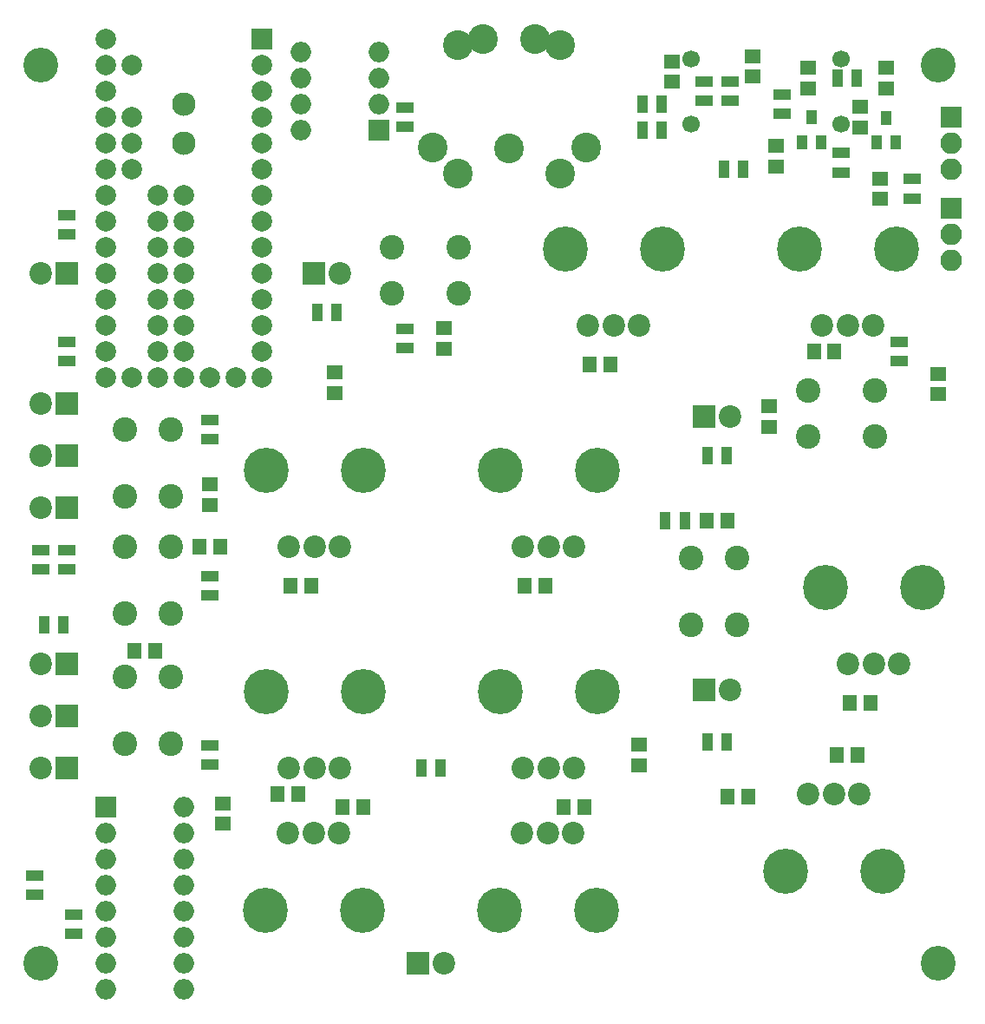
<source format=gts>
G04 #@! TF.GenerationSoftware,KiCad,Pcbnew,(2017-11-24 revision 9df938484)-makepkg*
G04 #@! TF.CreationDate,2018-02-06T21:34:55+01:00*
G04 #@! TF.ProjectId,DigiSynth,4469676953796E74682E6B696361645F,rev?*
G04 #@! TF.SameCoordinates,Original*
G04 #@! TF.FileFunction,Soldermask,Top*
G04 #@! TF.FilePolarity,Negative*
%FSLAX46Y46*%
G04 Gerber Fmt 4.6, Leading zero omitted, Abs format (unit mm)*
G04 Created by KiCad (PCBNEW (2017-11-24 revision 9df938484)-makepkg) date 02/06/18 21:34:55*
%MOMM*%
%LPD*%
G01*
G04 APERTURE LIST*
%ADD10C,1.700000*%
%ADD11R,1.650000X1.400000*%
%ADD12R,1.100000X1.400000*%
%ADD13C,2.000000*%
%ADD14R,2.000000X2.000000*%
%ADD15C,2.300000*%
%ADD16C,2.899360*%
%ADD17C,3.400000*%
%ADD18R,1.700000X1.100000*%
%ADD19R,1.100000X1.700000*%
%ADD20R,1.400000X1.650000*%
%ADD21C,2.200000*%
%ADD22R,2.200000X2.200000*%
%ADD23C,4.400000*%
%ADD24C,2.400000*%
%ADD25O,2.000000X2.000000*%
%ADD26O,2.100000X2.100000*%
%ADD27R,2.100000X2.100000*%
G04 APERTURE END LIST*
D10*
X98425000Y-27305000D03*
X98425000Y-20955000D03*
X83820000Y-27305000D03*
X83820000Y-20955000D03*
D11*
X92075000Y-31480000D03*
X92075000Y-29480000D03*
D12*
X94610000Y-29100000D03*
X96510000Y-29100000D03*
X95560000Y-26700000D03*
D13*
X34290000Y-52070000D03*
X31750000Y-52070000D03*
X29210000Y-52070000D03*
X26670000Y-52070000D03*
X36830000Y-52070000D03*
X39370000Y-52070000D03*
X41910000Y-52070000D03*
X26670000Y-49530000D03*
X26670000Y-46990000D03*
X26670000Y-44450000D03*
X26670000Y-41910000D03*
X26670000Y-39370000D03*
X26670000Y-36830000D03*
X26670000Y-34290000D03*
X26670000Y-31750000D03*
X26670000Y-29210000D03*
X26670000Y-26670000D03*
X26670000Y-24130000D03*
X26670000Y-21590000D03*
X26670000Y-19050000D03*
X29210000Y-21590000D03*
X29210000Y-26670000D03*
X29210000Y-29210000D03*
X29210000Y-31750000D03*
X41910000Y-49530000D03*
X41910000Y-46990000D03*
X41910000Y-44450000D03*
X41910000Y-41910000D03*
X41910000Y-39370000D03*
X41910000Y-36830000D03*
X41910000Y-34290000D03*
X41910000Y-31750000D03*
X41910000Y-29210000D03*
X41910000Y-26670000D03*
X41910000Y-24130000D03*
X41910000Y-21590000D03*
D14*
X41910000Y-19050000D03*
D13*
X34290000Y-34290000D03*
X34290000Y-36830000D03*
X34290000Y-39370000D03*
X34290000Y-41910000D03*
X34290000Y-44450000D03*
X34290000Y-46990000D03*
X34290000Y-49530000D03*
X31750000Y-49530000D03*
X31750000Y-46990000D03*
X31750000Y-44450000D03*
X31750000Y-41910000D03*
X31750000Y-39370000D03*
X31750000Y-36830000D03*
X31750000Y-34290000D03*
D15*
X34290000Y-29210000D03*
X34290000Y-25400000D03*
D12*
X101920000Y-29140000D03*
X103820000Y-29140000D03*
X102870000Y-26740000D03*
D16*
X68580000Y-19050000D03*
X63500000Y-19050000D03*
D17*
X107950000Y-109220000D03*
X20320000Y-109220000D03*
X20320000Y-21590000D03*
X107950000Y-21590000D03*
D11*
X81915000Y-21225000D03*
X81915000Y-23225000D03*
X89860000Y-22700000D03*
X89860000Y-20700000D03*
D18*
X85090000Y-25080000D03*
X85090000Y-23180000D03*
X87630000Y-25080000D03*
X87630000Y-23180000D03*
D19*
X80960000Y-25400000D03*
X79060000Y-25400000D03*
X80960000Y-27940000D03*
X79060000Y-27940000D03*
D11*
X102870000Y-23860000D03*
X102870000Y-21860000D03*
X95250000Y-21860000D03*
X95250000Y-23860000D03*
D20*
X46720000Y-72390000D03*
X44720000Y-72390000D03*
X69580000Y-72390000D03*
X67580000Y-72390000D03*
X71390000Y-93980000D03*
X73390000Y-93980000D03*
X98060000Y-88900000D03*
X100060000Y-88900000D03*
X75930000Y-50800000D03*
X73930000Y-50800000D03*
X99330000Y-83820000D03*
X101330000Y-83820000D03*
X51800000Y-93980000D03*
X49800000Y-93980000D03*
X43450000Y-92710000D03*
X45450000Y-92710000D03*
D11*
X78740000Y-89900000D03*
X78740000Y-87900000D03*
D20*
X97790000Y-49530000D03*
X95790000Y-49530000D03*
D11*
X59690000Y-47260000D03*
X59690000Y-49260000D03*
X36830000Y-62500000D03*
X36830000Y-64500000D03*
D20*
X35830000Y-68580000D03*
X37830000Y-68580000D03*
X29480000Y-78740000D03*
X31480000Y-78740000D03*
D21*
X20320000Y-41910000D03*
D22*
X22860000Y-41910000D03*
X22860000Y-59690000D03*
D21*
X20320000Y-59690000D03*
D22*
X22860000Y-80010000D03*
D21*
X20320000Y-80010000D03*
D22*
X22860000Y-90170000D03*
D21*
X20320000Y-90170000D03*
X20320000Y-54610000D03*
D22*
X22860000Y-54610000D03*
D21*
X20320000Y-64770000D03*
D22*
X22860000Y-64770000D03*
D21*
X20320000Y-85090000D03*
D22*
X22860000Y-85090000D03*
D21*
X49530000Y-41910000D03*
D22*
X46990000Y-41910000D03*
X85090000Y-82550000D03*
D21*
X87630000Y-82550000D03*
X87630000Y-55880000D03*
D22*
X85090000Y-55880000D03*
X57150000Y-109220000D03*
D21*
X59690000Y-109220000D03*
D16*
X58541920Y-29667200D03*
X71036180Y-32169100D03*
X66040000Y-29669740D03*
X73538080Y-29667200D03*
X61043820Y-32169100D03*
X71041260Y-19672300D03*
X61038740Y-19672300D03*
D18*
X22860000Y-38100000D03*
X22860000Y-36200000D03*
X22860000Y-68900000D03*
X22860000Y-70800000D03*
D19*
X20640000Y-76200000D03*
X22540000Y-76200000D03*
D18*
X23495000Y-104460000D03*
X23495000Y-106360000D03*
X92710000Y-26350000D03*
X92710000Y-24450000D03*
X22860000Y-48580000D03*
X22860000Y-50480000D03*
X20320000Y-70800000D03*
X20320000Y-68900000D03*
X19685000Y-102550000D03*
X19685000Y-100650000D03*
D19*
X47310000Y-45720000D03*
X49210000Y-45720000D03*
X85410000Y-87630000D03*
X87310000Y-87630000D03*
X87310000Y-59690000D03*
X85410000Y-59690000D03*
X57470000Y-90170000D03*
X59370000Y-90170000D03*
D18*
X55880000Y-25720000D03*
X55880000Y-27620000D03*
X55880000Y-47310000D03*
X55880000Y-49210000D03*
X36830000Y-56200000D03*
X36830000Y-58100000D03*
X36830000Y-73340000D03*
X36830000Y-71440000D03*
X36830000Y-89850000D03*
X36830000Y-87950000D03*
D21*
X44530000Y-68580000D03*
X47030000Y-68580000D03*
X49530000Y-68580000D03*
D23*
X42280000Y-61080000D03*
X51780000Y-61080000D03*
D21*
X67390000Y-68580000D03*
X69890000Y-68580000D03*
X72390000Y-68580000D03*
D23*
X65140000Y-61080000D03*
X74640000Y-61080000D03*
D21*
X72310000Y-96520000D03*
X69810000Y-96520000D03*
X67310000Y-96520000D03*
D23*
X74560000Y-104020000D03*
X65060000Y-104020000D03*
X93000000Y-100210000D03*
X102500000Y-100210000D03*
D21*
X95250000Y-92710000D03*
X97750000Y-92710000D03*
X100250000Y-92710000D03*
D23*
X80990000Y-39490000D03*
X71490000Y-39490000D03*
D21*
X78740000Y-46990000D03*
X76240000Y-46990000D03*
X73740000Y-46990000D03*
D23*
X106390000Y-72510000D03*
X96890000Y-72510000D03*
D21*
X104140000Y-80010000D03*
X101640000Y-80010000D03*
X99140000Y-80010000D03*
D23*
X42200000Y-104020000D03*
X51700000Y-104020000D03*
D21*
X44450000Y-96520000D03*
X46950000Y-96520000D03*
X49450000Y-96520000D03*
D23*
X51780000Y-82670000D03*
X42280000Y-82670000D03*
D21*
X49530000Y-90170000D03*
X47030000Y-90170000D03*
X44530000Y-90170000D03*
X67390000Y-90170000D03*
X69890000Y-90170000D03*
X72390000Y-90170000D03*
D23*
X65140000Y-82670000D03*
X74640000Y-82670000D03*
D21*
X96600000Y-46990000D03*
X99100000Y-46990000D03*
X101600000Y-46990000D03*
D23*
X94350000Y-39490000D03*
X103850000Y-39490000D03*
D24*
X61110000Y-39370000D03*
X61110000Y-43870000D03*
X54610000Y-39370000D03*
X54610000Y-43870000D03*
X33020000Y-63650000D03*
X28520000Y-63650000D03*
X33020000Y-57150000D03*
X28520000Y-57150000D03*
X28520000Y-68580000D03*
X33020000Y-68580000D03*
X28520000Y-75080000D03*
X33020000Y-75080000D03*
X28520000Y-81280000D03*
X33020000Y-81280000D03*
X28520000Y-87780000D03*
X33020000Y-87780000D03*
D25*
X34290000Y-93980000D03*
X26670000Y-111760000D03*
X34290000Y-96520000D03*
X26670000Y-109220000D03*
X34290000Y-99060000D03*
X26670000Y-106680000D03*
X34290000Y-101600000D03*
X26670000Y-104140000D03*
X34290000Y-104140000D03*
X26670000Y-101600000D03*
X34290000Y-106680000D03*
X26670000Y-99060000D03*
X34290000Y-109220000D03*
X26670000Y-96520000D03*
X34290000Y-111760000D03*
D14*
X26670000Y-93980000D03*
D25*
X45720000Y-27940000D03*
X53340000Y-20320000D03*
X45720000Y-25400000D03*
X53340000Y-22860000D03*
X45720000Y-22860000D03*
X53340000Y-25400000D03*
X45720000Y-20320000D03*
D14*
X53340000Y-27940000D03*
D20*
X87360000Y-66040000D03*
X85360000Y-66040000D03*
D11*
X91440000Y-54880000D03*
X91440000Y-56880000D03*
D19*
X83180000Y-66040000D03*
X81280000Y-66040000D03*
D18*
X104140000Y-48580000D03*
X104140000Y-50480000D03*
D24*
X83820000Y-69700000D03*
X88320000Y-69700000D03*
X83820000Y-76200000D03*
X88320000Y-76200000D03*
X95250000Y-57840000D03*
X95250000Y-53340000D03*
X101750000Y-57840000D03*
X101750000Y-53340000D03*
D19*
X100010000Y-22860000D03*
X98110000Y-22860000D03*
D11*
X100330000Y-27670000D03*
X100330000Y-25670000D03*
D20*
X87392000Y-92964000D03*
X89392000Y-92964000D03*
D11*
X38100000Y-95615000D03*
X38100000Y-93615000D03*
X107950000Y-51705000D03*
X107950000Y-53705000D03*
X49022000Y-51578000D03*
X49022000Y-53578000D03*
D26*
X109220000Y-40640000D03*
X109220000Y-38100000D03*
D27*
X109220000Y-35560000D03*
X109220000Y-26670000D03*
D26*
X109220000Y-29210000D03*
X109220000Y-31750000D03*
D11*
X102235000Y-32655000D03*
X102235000Y-34655000D03*
D18*
X98425000Y-32065000D03*
X98425000Y-30165000D03*
X105410000Y-32705000D03*
X105410000Y-34605000D03*
D19*
X87000000Y-31750000D03*
X88900000Y-31750000D03*
M02*

</source>
